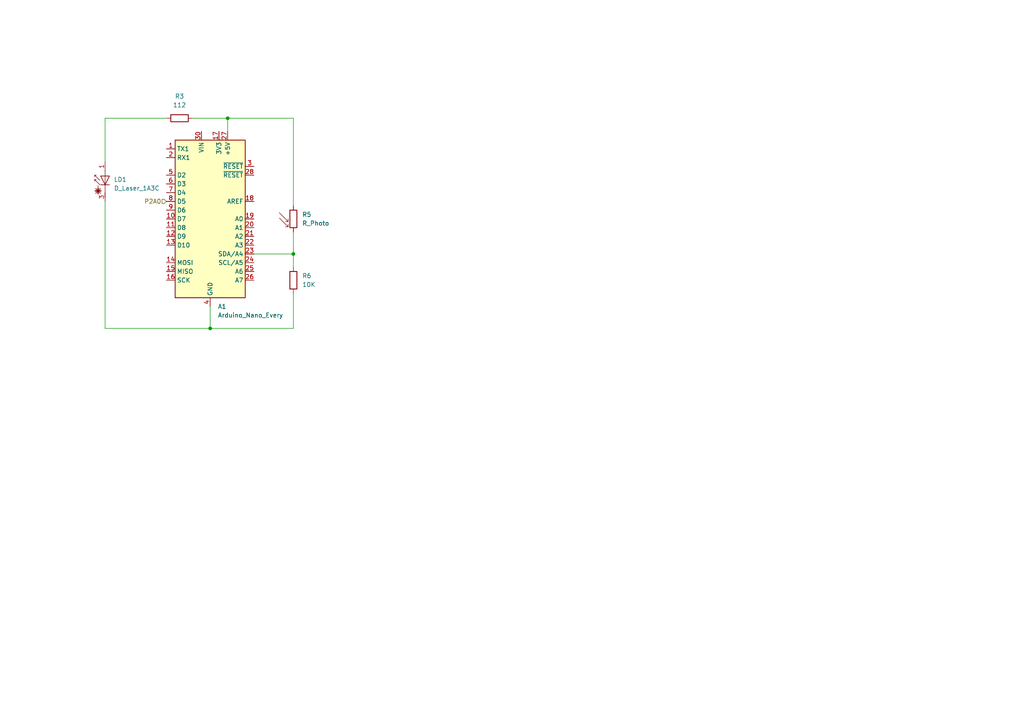
<source format=kicad_sch>
(kicad_sch (version 20230121) (generator eeschema)
  (paper "A4")
  (lib_symbols
    (symbol "Device:D_Laser_1A3C" (pin_names (offset 1.016) hide)
      (property "Reference" "LD1" (at -1.27 -6.35 0))
      (property "Value" "D_Laser_1A3C" (at -1.27 -3.81 0))
      (symbol "D_Laser_1A3C_0_1"
        (polyline (pts (xy -4.064 1.27) (xy -2.54 2.794)))
        (polyline (pts (xy -4.064 1.778) (xy -2.54 2.286)))
        (polyline (pts (xy -4.064 2.286) (xy -2.54 1.778)))
        (polyline (pts (xy -4.064 2.794) (xy -2.54 1.27)))
        (polyline (pts (xy -3.556 2.794) (xy -3.048 1.27)))
        (polyline (pts (xy -3.302 2.032) (xy -3.302 1.016)))
        (polyline (pts (xy -3.302 2.032) (xy -3.302 3.048)))
        (polyline (pts (xy -3.048 2.794) (xy -3.556 1.27)))
        (polyline (pts (xy -1.778 2.032) (xy -4.318 2.032)))
        (polyline (pts (xy -1.524 1.27) (xy -1.524 -1.27)) (stroke (width 0.2032)))
        (polyline (pts (xy 1.27 3.048) (xy 0.762 3.048)))
        (polyline (pts (xy 2.54 0) (xy -5.08 0)))
        (polyline (pts (xy -0.254 1.524) (xy 1.27 3.048) (xy 1.27 2.54)))
        (polyline (pts (xy 1.016 1.27) (xy 1.016 -1.27) (xy -1.524 0) (xy 1.016 1.27)) (stroke (width 0.2032)))
        (polyline (pts (xy -1.524 1.524) (xy 0 3.048) (xy 0 2.54) (xy 0 3.048) (xy -0.508 3.048)))
      )
      (symbol "D_Laser_1A3C_1_1"
        (pin passive line (at 5.08 0 180) (length 2.54) (name "A") (number "1"))
        (pin passive line (at -6.35 0 0) (length 2.54) (name "K") (number "3"))
      )
    )
    (symbol "Device:R" (pin_numbers hide) (pin_names (offset 0))
      (property "Reference" "R" (at 2.032 0 90))
      (property "Value" "R" (at 0 0 90))
      (symbol "R_0_1"
        (rectangle (start -1.016 -2.54) (end 1.016 2.54) (stroke (width 0.254)))
      )
      (symbol "R_1_1"
        (pin passive line (at 0 3.81 270) (length 1.27) (name "~") (number "1"))
        (pin passive line (at 0 -3.81 90) (length 1.27) (name "~") (number "2"))
      )
    )
    (symbol "Device:R_Photo" (pin_numbers hide) (pin_names (offset 0))
      (property "Reference" "R" (at 1.27 1.27 0))
      (property "Value" "R_Photo" (at 1.27 0 0))
      (symbol "R_Photo_0_1"
        (rectangle (start -1.016 2.54) (end 1.016 -2.54) (stroke (width 0.254)))
        (polyline (pts (xy -1.524 -2.286) (xy -4.064 0.254)))
        (polyline (pts (xy -1.524 -2.286) (xy -2.286 -2.286)))
        (polyline (pts (xy -1.524 -2.286) (xy -1.524 -1.524)))
        (polyline (pts (xy -1.524 -0.762) (xy -4.064 1.778)))
        (polyline (pts (xy -1.524 -0.762) (xy -2.286 -0.762)))
        (polyline (pts (xy -1.524 -0.762) (xy -1.524 0)))
      )
      (symbol "R_Photo_1_1"
        (pin passive line (at 0 3.81 270) (length 1.27) (name "~") (number "1"))
        (pin passive line (at 0 -3.81 90) (length 1.27) (name "~") (number "2"))
      )
    )
    (symbol "MCU_Module:Arduino_Nano_Every"
      (property "Reference" "A" (at -10.16 23.495 0))
      (property "Value" "Arduino_Nano_Every" (at 5.08 -24.13 0))
      (symbol "Arduino_Nano_Every_0_1"
        (rectangle (start -10.16 22.86) (end 10.16 -22.86) (stroke (width 0.254)) (fill (type background)))
      )
      (symbol "Arduino_Nano_Every_1_1"
        (pin bidirectional line (at -12.7 20.32 0) (length 2.54) (name "TX1") (number "1"))
        (pin bidirectional line (at -12.7 0 0) (length 2.54) (name "D7") (number "10"))
        (pin bidirectional line (at -12.7 -2.54 0) (length 2.54) (name "D8") (number "11"))
        (pin bidirectional line (at -12.7 -5.08 0) (length 2.54) (name "D9") (number "12"))
        (pin bidirectional line (at -12.7 -7.62 0) (length 2.54) (name "D10") (number "13"))
        (pin bidirectional line (at -12.7 -12.7 0) (length 2.54) (name "MOSI") (number "14"))
        (pin bidirectional line (at -12.7 -15.24 0) (length 2.54) (name "MISO") (number "15"))
        (pin bidirectional line (at -12.7 -17.78 0) (length 2.54) (name "SCK") (number "16"))
        (pin power_out line (at 2.54 25.4 270) (length 2.54) (name "3V3") (number "17"))
        (pin input line (at 12.7 5.08 180) (length 2.54) (name "AREF") (number "18"))
        (pin bidirectional line (at 12.7 0 180) (length 2.54) (name "A0") (number "19"))
        (pin bidirectional line (at -12.7 17.78 0) (length 2.54) (name "RX1") (number "2"))
        (pin bidirectional line (at 12.7 -2.54 180) (length 2.54) (name "A1") (number "20"))
        (pin bidirectional line (at 12.7 -5.08 180) (length 2.54) (name "A2") (number "21"))
        (pin bidirectional line (at 12.7 -7.62 180) (length 2.54) (name "A3") (number "22"))
        (pin bidirectional line (at 12.7 -10.16 180) (length 2.54) (name "SDA/A4") (number "23"))
        (pin bidirectional line (at 12.7 -12.7 180) (length 2.54) (name "SCL/A5") (number "24"))
        (pin bidirectional line (at 12.7 -15.24 180) (length 2.54) (name "A6") (number "25"))
        (pin bidirectional line (at 12.7 -17.78 180) (length 2.54) (name "A7") (number "26"))
        (pin power_out line (at 5.08 25.4 270) (length 2.54) (name "+5V") (number "27"))
        (pin input line (at 12.7 12.7 180) (length 2.54) (name "~{RESET}") (number "28"))
        (pin passive line (at 0 -25.4 90) (length 2.54) hide (name "GND") (number "29"))
        (pin input line (at 12.7 15.24 180) (length 2.54) (name "~{RESET}") (number "3"))
        (pin power_in line (at -2.54 25.4 270) (length 2.54) (name "VIN") (number "30"))
        (pin power_in line (at 0 -25.4 90) (length 2.54) (name "GND") (number "4"))
        (pin bidirectional line (at -12.7 12.7 0) (length 2.54) (name "D2") (number "5"))
        (pin bidirectional line (at -12.7 10.16 0) (length 2.54) (name "D3") (number "6"))
        (pin bidirectional line (at -12.7 7.62 0) (length 2.54) (name "D4") (number "7"))
        (pin bidirectional line (at -12.7 5.08 0) (length 2.54) (name "D5") (number "8"))
        (pin bidirectional line (at -12.7 2.54 0) (length 2.54) (name "D6") (number "9"))
      )
    )
  )
  (junction (at 85.09 73.66))
  (junction (at 60.96 95.25))
  (junction (at 66.04 34.29))
  (wire (pts (xy 55.88 34.29) (xy 66.04 34.29)))
  (wire (pts (xy 85.09 67.31) (xy 85.09 73.66)))
  (wire (pts (xy 85.09 73.66) (xy 85.09 77.47)))
  (wire (pts (xy 85.09 85.09) (xy 85.09 95.25)))
  (wire (pts (xy 73.66 73.66) (xy 85.09 73.66)))
  (wire (pts (xy 30.48 58.42) (xy 30.48 95.25)))
  (wire (pts (xy 60.96 88.9) (xy 60.96 95.25)))
  (wire (pts (xy 30.48 46.99) (xy 30.48 34.29)))
  (wire (pts (xy 85.09 95.25) (xy 60.96 95.25)))
  (wire (pts (xy 85.09 59.69) (xy 85.09 34.29)))
  (wire (pts (xy 85.09 34.29) (xy 66.04 34.29)))
  (wire (pts (xy 66.04 34.29) (xy 66.04 38.1)))
  (wire (pts (xy 30.48 34.29) (xy 48.26 34.29)))
  (wire (pts (xy 30.48 95.25) (xy 60.96 95.25)))
  (hierarchical_label "P2A0" (shape input) (at 48.26 58.42 180))
  (symbol (lib_id "MCU_Module:Arduino_Nano_Every") (at 60.96 63.5 0) (unit 1)
    (property "Reference" "A1" (at 63.1541 88.9 0) (effects (justify left)))
    (property "Value" "Arduino_Nano_Every" (at 63.1541 91.44 0) (effects (justify left)))
    (property "Footprint" "Module:Arduino_Nano" (effects hide))
    (property "Datasheet" "https://content.arduino.cc/assets/NANOEveryV3.0_sch.pdf" (effects hide))
  )
  (symbol (lib_id "Device:R") (at 85.09 81.28 0) (unit 1)
    (property "Reference" "R6" (at 87.63 80.01 0) (effects (justify left)))
    (property "Value" "10K" (at 87.63 82.55 0) (effects (justify left)))
    (instances (project "submarine" (path "" (reference "R6") (unit 1)) (path "" (reference "R4") (unit 1))))
  )
  (symbol (lib_id "Device:D_Laser_1A3C") (at 30.48 52.07 90) (unit 1)
    (property "Reference" "LD1" (at 33.02 52.07 90) (effects (justify right)))
    (property "Value" "D_Laser_1A3C" (at 33.02 54.61 90) (effects (justify right)))
  )
  (symbol (lib_id "Device:R") (at 52.07 34.29 90) (unit 1)
    (property "Reference" "R3" (at 52.07 27.94 90))
    (property "Value" "112" (at 52.07 30.48 90))
    (instances (project "submarine" (path "" (reference "R3") (unit 1)) (path "" (reference "R1") (unit 1))))
  )
  (symbol (lib_id "Device:R_Photo") (at 85.09 63.5 0) (unit 1)
    (property "Reference" "R5" (at 87.63 62.23 0) (effects (justify left)))
    (property "Value" "R_Photo" (at 87.63 64.77 0) (effects (justify left)))
    (instances (project "submarine" (path "" (reference "R5") (unit 1)) (path "" (reference "R3") (unit 1))))
  )
)
</source>
